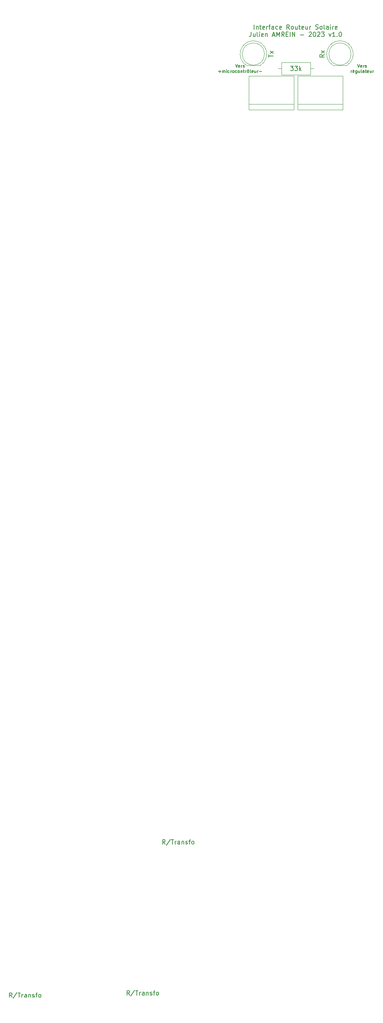
<source format=gto>
G04 #@! TF.GenerationSoftware,KiCad,Pcbnew,5.0.2+dfsg1-1+deb10u1*
G04 #@! TF.CreationDate,2023-11-23T01:58:30+01:00*
G04 #@! TF.ProjectId,Carte _lectronique pilotage variateur,43617274-6520-4e96-9c65-6374726f6e69,rev?*
G04 #@! TF.SameCoordinates,Original*
G04 #@! TF.FileFunction,Legend,Top*
G04 #@! TF.FilePolarity,Positive*
%FSLAX46Y46*%
G04 Gerber Fmt 4.6, Leading zero omitted, Abs format (unit mm)*
G04 Created by KiCad (PCBNEW 5.0.2+dfsg1-1+deb10u1) date jeu. 23 nov. 2023 01:58:30 CET*
%MOMM*%
%LPD*%
G01*
G04 APERTURE LIST*
%ADD10C,0.150000*%
%ADD11C,0.120000*%
G04 APERTURE END LIST*
D10*
X185466666Y-92516666D02*
X185700000Y-93216666D01*
X185933333Y-92516666D01*
X186433333Y-93183333D02*
X186366666Y-93216666D01*
X186233333Y-93216666D01*
X186166666Y-93183333D01*
X186133333Y-93116666D01*
X186133333Y-92850000D01*
X186166666Y-92783333D01*
X186233333Y-92750000D01*
X186366666Y-92750000D01*
X186433333Y-92783333D01*
X186466666Y-92850000D01*
X186466666Y-92916666D01*
X186133333Y-92983333D01*
X186766666Y-93216666D02*
X186766666Y-92750000D01*
X186766666Y-92883333D02*
X186800000Y-92816666D01*
X186833333Y-92783333D01*
X186900000Y-92750000D01*
X186966666Y-92750000D01*
X187166666Y-93183333D02*
X187233333Y-93216666D01*
X187366666Y-93216666D01*
X187433333Y-93183333D01*
X187466666Y-93116666D01*
X187466666Y-93083333D01*
X187433333Y-93016666D01*
X187366666Y-92983333D01*
X187266666Y-92983333D01*
X187200000Y-92950000D01*
X187166666Y-92883333D01*
X187166666Y-92850000D01*
X187200000Y-92783333D01*
X187266666Y-92750000D01*
X187366666Y-92750000D01*
X187433333Y-92783333D01*
X183983333Y-94416666D02*
X183983333Y-93950000D01*
X183983333Y-94083333D02*
X184016666Y-94016666D01*
X184050000Y-93983333D01*
X184116666Y-93950000D01*
X184183333Y-93950000D01*
X184683333Y-94383333D02*
X184616666Y-94416666D01*
X184483333Y-94416666D01*
X184416666Y-94383333D01*
X184383333Y-94316666D01*
X184383333Y-94050000D01*
X184416666Y-93983333D01*
X184483333Y-93950000D01*
X184616666Y-93950000D01*
X184683333Y-93983333D01*
X184716666Y-94050000D01*
X184716666Y-94116666D01*
X184383333Y-94183333D01*
X184616666Y-93683333D02*
X184516666Y-93783333D01*
X185316666Y-93950000D02*
X185316666Y-94516666D01*
X185283333Y-94583333D01*
X185250000Y-94616666D01*
X185183333Y-94650000D01*
X185083333Y-94650000D01*
X185016666Y-94616666D01*
X185316666Y-94383333D02*
X185250000Y-94416666D01*
X185116666Y-94416666D01*
X185050000Y-94383333D01*
X185016666Y-94350000D01*
X184983333Y-94283333D01*
X184983333Y-94083333D01*
X185016666Y-94016666D01*
X185050000Y-93983333D01*
X185116666Y-93950000D01*
X185250000Y-93950000D01*
X185316666Y-93983333D01*
X185950000Y-93950000D02*
X185950000Y-94416666D01*
X185650000Y-93950000D02*
X185650000Y-94316666D01*
X185683333Y-94383333D01*
X185750000Y-94416666D01*
X185850000Y-94416666D01*
X185916666Y-94383333D01*
X185950000Y-94350000D01*
X186383333Y-94416666D02*
X186316666Y-94383333D01*
X186283333Y-94316666D01*
X186283333Y-93716666D01*
X186950000Y-94416666D02*
X186950000Y-94050000D01*
X186916666Y-93983333D01*
X186850000Y-93950000D01*
X186716666Y-93950000D01*
X186650000Y-93983333D01*
X186950000Y-94383333D02*
X186883333Y-94416666D01*
X186716666Y-94416666D01*
X186650000Y-94383333D01*
X186616666Y-94316666D01*
X186616666Y-94250000D01*
X186650000Y-94183333D01*
X186716666Y-94150000D01*
X186883333Y-94150000D01*
X186950000Y-94116666D01*
X187183333Y-93950000D02*
X187450000Y-93950000D01*
X187283333Y-93716666D02*
X187283333Y-94316666D01*
X187316666Y-94383333D01*
X187383333Y-94416666D01*
X187450000Y-94416666D01*
X187950000Y-94383333D02*
X187883333Y-94416666D01*
X187750000Y-94416666D01*
X187683333Y-94383333D01*
X187650000Y-94316666D01*
X187650000Y-94050000D01*
X187683333Y-93983333D01*
X187750000Y-93950000D01*
X187883333Y-93950000D01*
X187950000Y-93983333D01*
X187983333Y-94050000D01*
X187983333Y-94116666D01*
X187650000Y-94183333D01*
X188583333Y-93950000D02*
X188583333Y-94416666D01*
X188283333Y-93950000D02*
X188283333Y-94316666D01*
X188316666Y-94383333D01*
X188383333Y-94416666D01*
X188483333Y-94416666D01*
X188550000Y-94383333D01*
X188583333Y-94350000D01*
X188916666Y-94416666D02*
X188916666Y-93950000D01*
X188916666Y-94083333D02*
X188950000Y-94016666D01*
X188983333Y-93983333D01*
X189050000Y-93950000D01*
X189116666Y-93950000D01*
X157966666Y-92516666D02*
X158200000Y-93216666D01*
X158433333Y-92516666D01*
X158933333Y-93183333D02*
X158866666Y-93216666D01*
X158733333Y-93216666D01*
X158666666Y-93183333D01*
X158633333Y-93116666D01*
X158633333Y-92850000D01*
X158666666Y-92783333D01*
X158733333Y-92750000D01*
X158866666Y-92750000D01*
X158933333Y-92783333D01*
X158966666Y-92850000D01*
X158966666Y-92916666D01*
X158633333Y-92983333D01*
X159266666Y-93216666D02*
X159266666Y-92750000D01*
X159266666Y-92883333D02*
X159300000Y-92816666D01*
X159333333Y-92783333D01*
X159400000Y-92750000D01*
X159466666Y-92750000D01*
X159666666Y-93183333D02*
X159733333Y-93216666D01*
X159866666Y-93216666D01*
X159933333Y-93183333D01*
X159966666Y-93116666D01*
X159966666Y-93083333D01*
X159933333Y-93016666D01*
X159866666Y-92983333D01*
X159766666Y-92983333D01*
X159700000Y-92950000D01*
X159666666Y-92883333D01*
X159666666Y-92850000D01*
X159700000Y-92783333D01*
X159766666Y-92750000D01*
X159866666Y-92750000D01*
X159933333Y-92783333D01*
X154150000Y-94150000D02*
X154683333Y-94150000D01*
X154416666Y-94416666D02*
X154416666Y-93883333D01*
X155016666Y-94416666D02*
X155016666Y-93950000D01*
X155016666Y-94016666D02*
X155050000Y-93983333D01*
X155116666Y-93950000D01*
X155216666Y-93950000D01*
X155283333Y-93983333D01*
X155316666Y-94050000D01*
X155316666Y-94416666D01*
X155316666Y-94050000D02*
X155350000Y-93983333D01*
X155416666Y-93950000D01*
X155516666Y-93950000D01*
X155583333Y-93983333D01*
X155616666Y-94050000D01*
X155616666Y-94416666D01*
X155950000Y-94416666D02*
X155950000Y-93950000D01*
X155950000Y-93716666D02*
X155916666Y-93750000D01*
X155950000Y-93783333D01*
X155983333Y-93750000D01*
X155950000Y-93716666D01*
X155950000Y-93783333D01*
X156583333Y-94383333D02*
X156516666Y-94416666D01*
X156383333Y-94416666D01*
X156316666Y-94383333D01*
X156283333Y-94350000D01*
X156250000Y-94283333D01*
X156250000Y-94083333D01*
X156283333Y-94016666D01*
X156316666Y-93983333D01*
X156383333Y-93950000D01*
X156516666Y-93950000D01*
X156583333Y-93983333D01*
X156883333Y-94416666D02*
X156883333Y-93950000D01*
X156883333Y-94083333D02*
X156916666Y-94016666D01*
X156950000Y-93983333D01*
X157016666Y-93950000D01*
X157083333Y-93950000D01*
X157416666Y-94416666D02*
X157350000Y-94383333D01*
X157316666Y-94350000D01*
X157283333Y-94283333D01*
X157283333Y-94083333D01*
X157316666Y-94016666D01*
X157350000Y-93983333D01*
X157416666Y-93950000D01*
X157516666Y-93950000D01*
X157583333Y-93983333D01*
X157616666Y-94016666D01*
X157650000Y-94083333D01*
X157650000Y-94283333D01*
X157616666Y-94350000D01*
X157583333Y-94383333D01*
X157516666Y-94416666D01*
X157416666Y-94416666D01*
X158250000Y-94383333D02*
X158183333Y-94416666D01*
X158050000Y-94416666D01*
X157983333Y-94383333D01*
X157950000Y-94350000D01*
X157916666Y-94283333D01*
X157916666Y-94083333D01*
X157950000Y-94016666D01*
X157983333Y-93983333D01*
X158050000Y-93950000D01*
X158183333Y-93950000D01*
X158250000Y-93983333D01*
X158650000Y-94416666D02*
X158583333Y-94383333D01*
X158550000Y-94350000D01*
X158516666Y-94283333D01*
X158516666Y-94083333D01*
X158550000Y-94016666D01*
X158583333Y-93983333D01*
X158650000Y-93950000D01*
X158750000Y-93950000D01*
X158816666Y-93983333D01*
X158850000Y-94016666D01*
X158883333Y-94083333D01*
X158883333Y-94283333D01*
X158850000Y-94350000D01*
X158816666Y-94383333D01*
X158750000Y-94416666D01*
X158650000Y-94416666D01*
X159183333Y-93950000D02*
X159183333Y-94416666D01*
X159183333Y-94016666D02*
X159216666Y-93983333D01*
X159283333Y-93950000D01*
X159383333Y-93950000D01*
X159450000Y-93983333D01*
X159483333Y-94050000D01*
X159483333Y-94416666D01*
X159716666Y-93950000D02*
X159983333Y-93950000D01*
X159816666Y-93716666D02*
X159816666Y-94316666D01*
X159850000Y-94383333D01*
X159916666Y-94416666D01*
X159983333Y-94416666D01*
X160216666Y-94416666D02*
X160216666Y-93950000D01*
X160216666Y-94083333D02*
X160250000Y-94016666D01*
X160283333Y-93983333D01*
X160350000Y-93950000D01*
X160416666Y-93950000D01*
X160750000Y-94416666D02*
X160683333Y-94383333D01*
X160650000Y-94350000D01*
X160616666Y-94283333D01*
X160616666Y-94083333D01*
X160650000Y-94016666D01*
X160683333Y-93983333D01*
X160750000Y-93950000D01*
X160850000Y-93950000D01*
X160916666Y-93983333D01*
X160950000Y-94016666D01*
X160983333Y-94083333D01*
X160983333Y-94283333D01*
X160950000Y-94350000D01*
X160916666Y-94383333D01*
X160850000Y-94416666D01*
X160750000Y-94416666D01*
X160683333Y-93783333D02*
X160816666Y-93683333D01*
X160950000Y-93783333D01*
X161383333Y-94416666D02*
X161316666Y-94383333D01*
X161283333Y-94316666D01*
X161283333Y-93716666D01*
X161916666Y-94383333D02*
X161850000Y-94416666D01*
X161716666Y-94416666D01*
X161650000Y-94383333D01*
X161616666Y-94316666D01*
X161616666Y-94050000D01*
X161650000Y-93983333D01*
X161716666Y-93950000D01*
X161850000Y-93950000D01*
X161916666Y-93983333D01*
X161950000Y-94050000D01*
X161950000Y-94116666D01*
X161616666Y-94183333D01*
X162550000Y-93950000D02*
X162550000Y-94416666D01*
X162250000Y-93950000D02*
X162250000Y-94316666D01*
X162283333Y-94383333D01*
X162350000Y-94416666D01*
X162450000Y-94416666D01*
X162516666Y-94383333D01*
X162550000Y-94350000D01*
X162883333Y-94416666D02*
X162883333Y-93950000D01*
X162883333Y-94083333D02*
X162916666Y-94016666D01*
X162950000Y-93983333D01*
X163016666Y-93950000D01*
X163083333Y-93950000D01*
X163316666Y-94150000D02*
X163850000Y-94150000D01*
X162166666Y-84627380D02*
X162166666Y-83627380D01*
X162642857Y-83960714D02*
X162642857Y-84627380D01*
X162642857Y-84055952D02*
X162690476Y-84008333D01*
X162785714Y-83960714D01*
X162928571Y-83960714D01*
X163023809Y-84008333D01*
X163071428Y-84103571D01*
X163071428Y-84627380D01*
X163404761Y-83960714D02*
X163785714Y-83960714D01*
X163547619Y-83627380D02*
X163547619Y-84484523D01*
X163595238Y-84579761D01*
X163690476Y-84627380D01*
X163785714Y-84627380D01*
X164500000Y-84579761D02*
X164404761Y-84627380D01*
X164214285Y-84627380D01*
X164119047Y-84579761D01*
X164071428Y-84484523D01*
X164071428Y-84103571D01*
X164119047Y-84008333D01*
X164214285Y-83960714D01*
X164404761Y-83960714D01*
X164500000Y-84008333D01*
X164547619Y-84103571D01*
X164547619Y-84198809D01*
X164071428Y-84294047D01*
X164976190Y-84627380D02*
X164976190Y-83960714D01*
X164976190Y-84151190D02*
X165023809Y-84055952D01*
X165071428Y-84008333D01*
X165166666Y-83960714D01*
X165261904Y-83960714D01*
X165452380Y-83960714D02*
X165833333Y-83960714D01*
X165595238Y-84627380D02*
X165595238Y-83770238D01*
X165642857Y-83675000D01*
X165738095Y-83627380D01*
X165833333Y-83627380D01*
X166595238Y-84627380D02*
X166595238Y-84103571D01*
X166547619Y-84008333D01*
X166452380Y-83960714D01*
X166261904Y-83960714D01*
X166166666Y-84008333D01*
X166595238Y-84579761D02*
X166500000Y-84627380D01*
X166261904Y-84627380D01*
X166166666Y-84579761D01*
X166119047Y-84484523D01*
X166119047Y-84389285D01*
X166166666Y-84294047D01*
X166261904Y-84246428D01*
X166500000Y-84246428D01*
X166595238Y-84198809D01*
X167500000Y-84579761D02*
X167404761Y-84627380D01*
X167214285Y-84627380D01*
X167119047Y-84579761D01*
X167071428Y-84532142D01*
X167023809Y-84436904D01*
X167023809Y-84151190D01*
X167071428Y-84055952D01*
X167119047Y-84008333D01*
X167214285Y-83960714D01*
X167404761Y-83960714D01*
X167500000Y-84008333D01*
X168309523Y-84579761D02*
X168214285Y-84627380D01*
X168023809Y-84627380D01*
X167928571Y-84579761D01*
X167880952Y-84484523D01*
X167880952Y-84103571D01*
X167928571Y-84008333D01*
X168023809Y-83960714D01*
X168214285Y-83960714D01*
X168309523Y-84008333D01*
X168357142Y-84103571D01*
X168357142Y-84198809D01*
X167880952Y-84294047D01*
X170119047Y-84627380D02*
X169785714Y-84151190D01*
X169547619Y-84627380D02*
X169547619Y-83627380D01*
X169928571Y-83627380D01*
X170023809Y-83675000D01*
X170071428Y-83722619D01*
X170119047Y-83817857D01*
X170119047Y-83960714D01*
X170071428Y-84055952D01*
X170023809Y-84103571D01*
X169928571Y-84151190D01*
X169547619Y-84151190D01*
X170690476Y-84627380D02*
X170595238Y-84579761D01*
X170547619Y-84532142D01*
X170500000Y-84436904D01*
X170500000Y-84151190D01*
X170547619Y-84055952D01*
X170595238Y-84008333D01*
X170690476Y-83960714D01*
X170833333Y-83960714D01*
X170928571Y-84008333D01*
X170976190Y-84055952D01*
X171023809Y-84151190D01*
X171023809Y-84436904D01*
X170976190Y-84532142D01*
X170928571Y-84579761D01*
X170833333Y-84627380D01*
X170690476Y-84627380D01*
X171880952Y-83960714D02*
X171880952Y-84627380D01*
X171452380Y-83960714D02*
X171452380Y-84484523D01*
X171500000Y-84579761D01*
X171595238Y-84627380D01*
X171738095Y-84627380D01*
X171833333Y-84579761D01*
X171880952Y-84532142D01*
X172214285Y-83960714D02*
X172595238Y-83960714D01*
X172357142Y-83627380D02*
X172357142Y-84484523D01*
X172404761Y-84579761D01*
X172500000Y-84627380D01*
X172595238Y-84627380D01*
X173309523Y-84579761D02*
X173214285Y-84627380D01*
X173023809Y-84627380D01*
X172928571Y-84579761D01*
X172880952Y-84484523D01*
X172880952Y-84103571D01*
X172928571Y-84008333D01*
X173023809Y-83960714D01*
X173214285Y-83960714D01*
X173309523Y-84008333D01*
X173357142Y-84103571D01*
X173357142Y-84198809D01*
X172880952Y-84294047D01*
X174214285Y-83960714D02*
X174214285Y-84627380D01*
X173785714Y-83960714D02*
X173785714Y-84484523D01*
X173833333Y-84579761D01*
X173928571Y-84627380D01*
X174071428Y-84627380D01*
X174166666Y-84579761D01*
X174214285Y-84532142D01*
X174690476Y-84627380D02*
X174690476Y-83960714D01*
X174690476Y-84151190D02*
X174738095Y-84055952D01*
X174785714Y-84008333D01*
X174880952Y-83960714D01*
X174976190Y-83960714D01*
X176023809Y-84579761D02*
X176166666Y-84627380D01*
X176404761Y-84627380D01*
X176500000Y-84579761D01*
X176547619Y-84532142D01*
X176595238Y-84436904D01*
X176595238Y-84341666D01*
X176547619Y-84246428D01*
X176500000Y-84198809D01*
X176404761Y-84151190D01*
X176214285Y-84103571D01*
X176119047Y-84055952D01*
X176071428Y-84008333D01*
X176023809Y-83913095D01*
X176023809Y-83817857D01*
X176071428Y-83722619D01*
X176119047Y-83675000D01*
X176214285Y-83627380D01*
X176452380Y-83627380D01*
X176595238Y-83675000D01*
X177166666Y-84627380D02*
X177071428Y-84579761D01*
X177023809Y-84532142D01*
X176976190Y-84436904D01*
X176976190Y-84151190D01*
X177023809Y-84055952D01*
X177071428Y-84008333D01*
X177166666Y-83960714D01*
X177309523Y-83960714D01*
X177404761Y-84008333D01*
X177452380Y-84055952D01*
X177500000Y-84151190D01*
X177500000Y-84436904D01*
X177452380Y-84532142D01*
X177404761Y-84579761D01*
X177309523Y-84627380D01*
X177166666Y-84627380D01*
X178071428Y-84627380D02*
X177976190Y-84579761D01*
X177928571Y-84484523D01*
X177928571Y-83627380D01*
X178880952Y-84627380D02*
X178880952Y-84103571D01*
X178833333Y-84008333D01*
X178738095Y-83960714D01*
X178547619Y-83960714D01*
X178452380Y-84008333D01*
X178880952Y-84579761D02*
X178785714Y-84627380D01*
X178547619Y-84627380D01*
X178452380Y-84579761D01*
X178404761Y-84484523D01*
X178404761Y-84389285D01*
X178452380Y-84294047D01*
X178547619Y-84246428D01*
X178785714Y-84246428D01*
X178880952Y-84198809D01*
X179357142Y-84627380D02*
X179357142Y-83960714D01*
X179357142Y-83627380D02*
X179309523Y-83675000D01*
X179357142Y-83722619D01*
X179404761Y-83675000D01*
X179357142Y-83627380D01*
X179357142Y-83722619D01*
X179833333Y-84627380D02*
X179833333Y-83960714D01*
X179833333Y-84151190D02*
X179880952Y-84055952D01*
X179928571Y-84008333D01*
X180023809Y-83960714D01*
X180119047Y-83960714D01*
X180833333Y-84579761D02*
X180738095Y-84627380D01*
X180547619Y-84627380D01*
X180452380Y-84579761D01*
X180404761Y-84484523D01*
X180404761Y-84103571D01*
X180452380Y-84008333D01*
X180547619Y-83960714D01*
X180738095Y-83960714D01*
X180833333Y-84008333D01*
X180880952Y-84103571D01*
X180880952Y-84198809D01*
X180404761Y-84294047D01*
X161476190Y-85277380D02*
X161476190Y-85991666D01*
X161428571Y-86134523D01*
X161333333Y-86229761D01*
X161190476Y-86277380D01*
X161095238Y-86277380D01*
X162380952Y-85610714D02*
X162380952Y-86277380D01*
X161952380Y-85610714D02*
X161952380Y-86134523D01*
X162000000Y-86229761D01*
X162095238Y-86277380D01*
X162238095Y-86277380D01*
X162333333Y-86229761D01*
X162380952Y-86182142D01*
X163000000Y-86277380D02*
X162904761Y-86229761D01*
X162857142Y-86134523D01*
X162857142Y-85277380D01*
X163380952Y-86277380D02*
X163380952Y-85610714D01*
X163380952Y-85277380D02*
X163333333Y-85325000D01*
X163380952Y-85372619D01*
X163428571Y-85325000D01*
X163380952Y-85277380D01*
X163380952Y-85372619D01*
X164238095Y-86229761D02*
X164142857Y-86277380D01*
X163952380Y-86277380D01*
X163857142Y-86229761D01*
X163809523Y-86134523D01*
X163809523Y-85753571D01*
X163857142Y-85658333D01*
X163952380Y-85610714D01*
X164142857Y-85610714D01*
X164238095Y-85658333D01*
X164285714Y-85753571D01*
X164285714Y-85848809D01*
X163809523Y-85944047D01*
X164714285Y-85610714D02*
X164714285Y-86277380D01*
X164714285Y-85705952D02*
X164761904Y-85658333D01*
X164857142Y-85610714D01*
X165000000Y-85610714D01*
X165095238Y-85658333D01*
X165142857Y-85753571D01*
X165142857Y-86277380D01*
X166333333Y-85991666D02*
X166809523Y-85991666D01*
X166238095Y-86277380D02*
X166571428Y-85277380D01*
X166904761Y-86277380D01*
X167238095Y-86277380D02*
X167238095Y-85277380D01*
X167571428Y-85991666D01*
X167904761Y-85277380D01*
X167904761Y-86277380D01*
X168952380Y-86277380D02*
X168619047Y-85801190D01*
X168380952Y-86277380D02*
X168380952Y-85277380D01*
X168761904Y-85277380D01*
X168857142Y-85325000D01*
X168904761Y-85372619D01*
X168952380Y-85467857D01*
X168952380Y-85610714D01*
X168904761Y-85705952D01*
X168857142Y-85753571D01*
X168761904Y-85801190D01*
X168380952Y-85801190D01*
X169380952Y-85753571D02*
X169714285Y-85753571D01*
X169857142Y-86277380D02*
X169380952Y-86277380D01*
X169380952Y-85277380D01*
X169857142Y-85277380D01*
X170285714Y-86277380D02*
X170285714Y-85277380D01*
X170761904Y-86277380D02*
X170761904Y-85277380D01*
X171333333Y-86277380D01*
X171333333Y-85277380D01*
X172571428Y-85896428D02*
X173333333Y-85896428D01*
X174523809Y-85372619D02*
X174571428Y-85325000D01*
X174666666Y-85277380D01*
X174904761Y-85277380D01*
X175000000Y-85325000D01*
X175047619Y-85372619D01*
X175095238Y-85467857D01*
X175095238Y-85563095D01*
X175047619Y-85705952D01*
X174476190Y-86277380D01*
X175095238Y-86277380D01*
X175714285Y-85277380D02*
X175809523Y-85277380D01*
X175904761Y-85325000D01*
X175952380Y-85372619D01*
X176000000Y-85467857D01*
X176047619Y-85658333D01*
X176047619Y-85896428D01*
X176000000Y-86086904D01*
X175952380Y-86182142D01*
X175904761Y-86229761D01*
X175809523Y-86277380D01*
X175714285Y-86277380D01*
X175619047Y-86229761D01*
X175571428Y-86182142D01*
X175523809Y-86086904D01*
X175476190Y-85896428D01*
X175476190Y-85658333D01*
X175523809Y-85467857D01*
X175571428Y-85372619D01*
X175619047Y-85325000D01*
X175714285Y-85277380D01*
X176428571Y-85372619D02*
X176476190Y-85325000D01*
X176571428Y-85277380D01*
X176809523Y-85277380D01*
X176904761Y-85325000D01*
X176952380Y-85372619D01*
X177000000Y-85467857D01*
X177000000Y-85563095D01*
X176952380Y-85705952D01*
X176380952Y-86277380D01*
X177000000Y-86277380D01*
X177333333Y-85277380D02*
X177952380Y-85277380D01*
X177619047Y-85658333D01*
X177761904Y-85658333D01*
X177857142Y-85705952D01*
X177904761Y-85753571D01*
X177952380Y-85848809D01*
X177952380Y-86086904D01*
X177904761Y-86182142D01*
X177857142Y-86229761D01*
X177761904Y-86277380D01*
X177476190Y-86277380D01*
X177380952Y-86229761D01*
X177333333Y-86182142D01*
X179047619Y-85610714D02*
X179285714Y-86277380D01*
X179523809Y-85610714D01*
X180428571Y-86277380D02*
X179857142Y-86277380D01*
X180142857Y-86277380D02*
X180142857Y-85277380D01*
X180047619Y-85420238D01*
X179952380Y-85515476D01*
X179857142Y-85563095D01*
X180857142Y-86182142D02*
X180904761Y-86229761D01*
X180857142Y-86277380D01*
X180809523Y-86229761D01*
X180857142Y-86182142D01*
X180857142Y-86277380D01*
X181523809Y-85277380D02*
X181619047Y-85277380D01*
X181714285Y-85325000D01*
X181761904Y-85372619D01*
X181809523Y-85467857D01*
X181857142Y-85658333D01*
X181857142Y-85896428D01*
X181809523Y-86086904D01*
X181761904Y-86182142D01*
X181714285Y-86229761D01*
X181619047Y-86277380D01*
X181523809Y-86277380D01*
X181428571Y-86229761D01*
X181380952Y-86182142D01*
X181333333Y-86086904D01*
X181285714Y-85896428D01*
X181285714Y-85658333D01*
X181333333Y-85467857D01*
X181380952Y-85372619D01*
X181428571Y-85325000D01*
X181523809Y-85277380D01*
D11*
G04 #@! TO.C,Rx*
X181500462Y-87240000D02*
G75*
G03X179955170Y-92790000I-462J-2990000D01*
G01*
X181499538Y-87240000D02*
G75*
G02X183044830Y-92790000I462J-2990000D01*
G01*
X184000000Y-90230000D02*
G75*
G03X184000000Y-90230000I-2500000J0D01*
G01*
X179955000Y-92790000D02*
X183045000Y-92790000D01*
G04 #@! TO.C,*
X160960000Y-102810000D02*
X171120000Y-102810000D01*
X160960000Y-95190000D02*
X160960000Y-102810000D01*
X171120000Y-95190000D02*
X160960000Y-95190000D01*
X171120000Y-102810000D02*
X171120000Y-95190000D01*
X171120000Y-101540000D02*
X160960000Y-101540000D01*
X182120000Y-101540000D02*
X171960000Y-101540000D01*
X182120000Y-102810000D02*
X182120000Y-95190000D01*
X182120000Y-95190000D02*
X171960000Y-95190000D01*
X171960000Y-95190000D02*
X171960000Y-102810000D01*
X171960000Y-102810000D02*
X182120000Y-102810000D01*
G04 #@! TO.C,33k*
X168310000Y-92130000D02*
X168310000Y-94870000D01*
X168310000Y-94870000D02*
X174850000Y-94870000D01*
X174850000Y-94870000D02*
X174850000Y-92130000D01*
X174850000Y-92130000D02*
X168310000Y-92130000D01*
X167540000Y-93500000D02*
X168310000Y-93500000D01*
X175620000Y-93500000D02*
X174850000Y-93500000D01*
G04 #@! TO.C,Tx*
X160455000Y-92790000D02*
X163545000Y-92790000D01*
X164500000Y-90230000D02*
G75*
G03X164500000Y-90230000I-2500000J0D01*
G01*
X161999538Y-87240000D02*
G75*
G02X163544830Y-92790000I462J-2990000D01*
G01*
X162000462Y-87240000D02*
G75*
G03X160455170Y-92790000I-462J-2990000D01*
G01*
G04 #@! TO.C,*
D10*
G04 #@! TO.C,Rx*
X177952380Y-90325238D02*
X177476190Y-90658571D01*
X177952380Y-90896666D02*
X176952380Y-90896666D01*
X176952380Y-90515714D01*
X177000000Y-90420476D01*
X177047619Y-90372857D01*
X177142857Y-90325238D01*
X177285714Y-90325238D01*
X177380952Y-90372857D01*
X177428571Y-90420476D01*
X177476190Y-90515714D01*
X177476190Y-90896666D01*
X177952380Y-89991904D02*
X177285714Y-89468095D01*
X177285714Y-89991904D02*
X177952380Y-89468095D01*
G04 #@! TO.C,*
G04 #@! TO.C,33k*
X170365714Y-92952380D02*
X170984761Y-92952380D01*
X170651428Y-93333333D01*
X170794285Y-93333333D01*
X170889523Y-93380952D01*
X170937142Y-93428571D01*
X170984761Y-93523809D01*
X170984761Y-93761904D01*
X170937142Y-93857142D01*
X170889523Y-93904761D01*
X170794285Y-93952380D01*
X170508571Y-93952380D01*
X170413333Y-93904761D01*
X170365714Y-93857142D01*
X171318095Y-92952380D02*
X171937142Y-92952380D01*
X171603809Y-93333333D01*
X171746666Y-93333333D01*
X171841904Y-93380952D01*
X171889523Y-93428571D01*
X171937142Y-93523809D01*
X171937142Y-93761904D01*
X171889523Y-93857142D01*
X171841904Y-93904761D01*
X171746666Y-93952380D01*
X171460952Y-93952380D01*
X171365714Y-93904761D01*
X171318095Y-93857142D01*
X172365714Y-93952380D02*
X172365714Y-92952380D01*
X172460952Y-93571428D02*
X172746666Y-93952380D01*
X172746666Y-93285714D02*
X172365714Y-93666666D01*
G04 #@! TO.C,*
X134124606Y-302219414D02*
X133791272Y-301743224D01*
X133553177Y-302219414D02*
X133553177Y-301219414D01*
X133934129Y-301219414D01*
X134029367Y-301267034D01*
X134076987Y-301314653D01*
X134124606Y-301409891D01*
X134124606Y-301552748D01*
X134076987Y-301647986D01*
X134029367Y-301695605D01*
X133934129Y-301743224D01*
X133553177Y-301743224D01*
X135267463Y-301171795D02*
X134410320Y-302457510D01*
X135457939Y-301219414D02*
X136029367Y-301219414D01*
X135743653Y-302219414D02*
X135743653Y-301219414D01*
X136362701Y-302219414D02*
X136362701Y-301552748D01*
X136362701Y-301743224D02*
X136410320Y-301647986D01*
X136457939Y-301600367D01*
X136553177Y-301552748D01*
X136648415Y-301552748D01*
X137410320Y-302219414D02*
X137410320Y-301695605D01*
X137362701Y-301600367D01*
X137267463Y-301552748D01*
X137076987Y-301552748D01*
X136981748Y-301600367D01*
X137410320Y-302171795D02*
X137315082Y-302219414D01*
X137076987Y-302219414D01*
X136981748Y-302171795D01*
X136934129Y-302076557D01*
X136934129Y-301981319D01*
X136981748Y-301886081D01*
X137076987Y-301838462D01*
X137315082Y-301838462D01*
X137410320Y-301790843D01*
X137886510Y-301552748D02*
X137886510Y-302219414D01*
X137886510Y-301647986D02*
X137934129Y-301600367D01*
X138029367Y-301552748D01*
X138172225Y-301552748D01*
X138267463Y-301600367D01*
X138315082Y-301695605D01*
X138315082Y-302219414D01*
X138743653Y-302171795D02*
X138838891Y-302219414D01*
X139029367Y-302219414D01*
X139124606Y-302171795D01*
X139172225Y-302076557D01*
X139172225Y-302028938D01*
X139124606Y-301933700D01*
X139029367Y-301886081D01*
X138886510Y-301886081D01*
X138791272Y-301838462D01*
X138743653Y-301743224D01*
X138743653Y-301695605D01*
X138791272Y-301600367D01*
X138886510Y-301552748D01*
X139029367Y-301552748D01*
X139124606Y-301600367D01*
X139457939Y-301552748D02*
X139838891Y-301552748D01*
X139600796Y-302219414D02*
X139600796Y-301362272D01*
X139648415Y-301267034D01*
X139743653Y-301219414D01*
X139838891Y-301219414D01*
X140315082Y-302219414D02*
X140219844Y-302171795D01*
X140172225Y-302124176D01*
X140124606Y-302028938D01*
X140124606Y-301743224D01*
X140172225Y-301647986D01*
X140219844Y-301600367D01*
X140315082Y-301552748D01*
X140457939Y-301552748D01*
X140553177Y-301600367D01*
X140600796Y-301647986D01*
X140648415Y-301743224D01*
X140648415Y-302028938D01*
X140600796Y-302124176D01*
X140553177Y-302171795D01*
X140457939Y-302219414D01*
X140315082Y-302219414D01*
X107624606Y-302719414D02*
X107291272Y-302243224D01*
X107053177Y-302719414D02*
X107053177Y-301719414D01*
X107434129Y-301719414D01*
X107529367Y-301767034D01*
X107576987Y-301814653D01*
X107624606Y-301909891D01*
X107624606Y-302052748D01*
X107576987Y-302147986D01*
X107529367Y-302195605D01*
X107434129Y-302243224D01*
X107053177Y-302243224D01*
X108767463Y-301671795D02*
X107910320Y-302957510D01*
X108957939Y-301719414D02*
X109529367Y-301719414D01*
X109243653Y-302719414D02*
X109243653Y-301719414D01*
X109862701Y-302719414D02*
X109862701Y-302052748D01*
X109862701Y-302243224D02*
X109910320Y-302147986D01*
X109957939Y-302100367D01*
X110053177Y-302052748D01*
X110148415Y-302052748D01*
X110910320Y-302719414D02*
X110910320Y-302195605D01*
X110862701Y-302100367D01*
X110767463Y-302052748D01*
X110576987Y-302052748D01*
X110481748Y-302100367D01*
X110910320Y-302671795D02*
X110815082Y-302719414D01*
X110576987Y-302719414D01*
X110481748Y-302671795D01*
X110434129Y-302576557D01*
X110434129Y-302481319D01*
X110481748Y-302386081D01*
X110576987Y-302338462D01*
X110815082Y-302338462D01*
X110910320Y-302290843D01*
X111386510Y-302052748D02*
X111386510Y-302719414D01*
X111386510Y-302147986D02*
X111434129Y-302100367D01*
X111529367Y-302052748D01*
X111672225Y-302052748D01*
X111767463Y-302100367D01*
X111815082Y-302195605D01*
X111815082Y-302719414D01*
X112243653Y-302671795D02*
X112338891Y-302719414D01*
X112529367Y-302719414D01*
X112624606Y-302671795D01*
X112672225Y-302576557D01*
X112672225Y-302528938D01*
X112624606Y-302433700D01*
X112529367Y-302386081D01*
X112386510Y-302386081D01*
X112291272Y-302338462D01*
X112243653Y-302243224D01*
X112243653Y-302195605D01*
X112291272Y-302100367D01*
X112386510Y-302052748D01*
X112529367Y-302052748D01*
X112624606Y-302100367D01*
X112957939Y-302052748D02*
X113338891Y-302052748D01*
X113100796Y-302719414D02*
X113100796Y-301862272D01*
X113148415Y-301767034D01*
X113243653Y-301719414D01*
X113338891Y-301719414D01*
X113815082Y-302719414D02*
X113719844Y-302671795D01*
X113672225Y-302624176D01*
X113624606Y-302528938D01*
X113624606Y-302243224D01*
X113672225Y-302147986D01*
X113719844Y-302100367D01*
X113815082Y-302052748D01*
X113957939Y-302052748D01*
X114053177Y-302100367D01*
X114100796Y-302147986D01*
X114148415Y-302243224D01*
X114148415Y-302528938D01*
X114100796Y-302624176D01*
X114053177Y-302671795D01*
X113957939Y-302719414D01*
X113815082Y-302719414D01*
X142124606Y-268219414D02*
X141791272Y-267743224D01*
X141553177Y-268219414D02*
X141553177Y-267219414D01*
X141934129Y-267219414D01*
X142029367Y-267267034D01*
X142076987Y-267314653D01*
X142124606Y-267409891D01*
X142124606Y-267552748D01*
X142076987Y-267647986D01*
X142029367Y-267695605D01*
X141934129Y-267743224D01*
X141553177Y-267743224D01*
X143267463Y-267171795D02*
X142410320Y-268457510D01*
X143457939Y-267219414D02*
X144029367Y-267219414D01*
X143743653Y-268219414D02*
X143743653Y-267219414D01*
X144362701Y-268219414D02*
X144362701Y-267552748D01*
X144362701Y-267743224D02*
X144410320Y-267647986D01*
X144457939Y-267600367D01*
X144553177Y-267552748D01*
X144648415Y-267552748D01*
X145410320Y-268219414D02*
X145410320Y-267695605D01*
X145362701Y-267600367D01*
X145267463Y-267552748D01*
X145076987Y-267552748D01*
X144981748Y-267600367D01*
X145410320Y-268171795D02*
X145315082Y-268219414D01*
X145076987Y-268219414D01*
X144981748Y-268171795D01*
X144934129Y-268076557D01*
X144934129Y-267981319D01*
X144981748Y-267886081D01*
X145076987Y-267838462D01*
X145315082Y-267838462D01*
X145410320Y-267790843D01*
X145886510Y-267552748D02*
X145886510Y-268219414D01*
X145886510Y-267647986D02*
X145934129Y-267600367D01*
X146029367Y-267552748D01*
X146172225Y-267552748D01*
X146267463Y-267600367D01*
X146315082Y-267695605D01*
X146315082Y-268219414D01*
X146743653Y-268171795D02*
X146838891Y-268219414D01*
X147029367Y-268219414D01*
X147124606Y-268171795D01*
X147172225Y-268076557D01*
X147172225Y-268028938D01*
X147124606Y-267933700D01*
X147029367Y-267886081D01*
X146886510Y-267886081D01*
X146791272Y-267838462D01*
X146743653Y-267743224D01*
X146743653Y-267695605D01*
X146791272Y-267600367D01*
X146886510Y-267552748D01*
X147029367Y-267552748D01*
X147124606Y-267600367D01*
X147457939Y-267552748D02*
X147838891Y-267552748D01*
X147600796Y-268219414D02*
X147600796Y-267362272D01*
X147648415Y-267267034D01*
X147743653Y-267219414D01*
X147838891Y-267219414D01*
X148315082Y-268219414D02*
X148219844Y-268171795D01*
X148172225Y-268124176D01*
X148124606Y-268028938D01*
X148124606Y-267743224D01*
X148172225Y-267647986D01*
X148219844Y-267600367D01*
X148315082Y-267552748D01*
X148457939Y-267552748D01*
X148553177Y-267600367D01*
X148600796Y-267647986D01*
X148648415Y-267743224D01*
X148648415Y-268028938D01*
X148600796Y-268124176D01*
X148553177Y-268171795D01*
X148457939Y-268219414D01*
X148315082Y-268219414D01*
G04 #@! TO.C,Tx*
X165452380Y-90920476D02*
X165452380Y-90349047D01*
X166452380Y-90634761D02*
X165452380Y-90634761D01*
X166452380Y-90110952D02*
X165785714Y-89587142D01*
X165785714Y-90110952D02*
X166452380Y-89587142D01*
G04 #@! TD*
M02*

</source>
